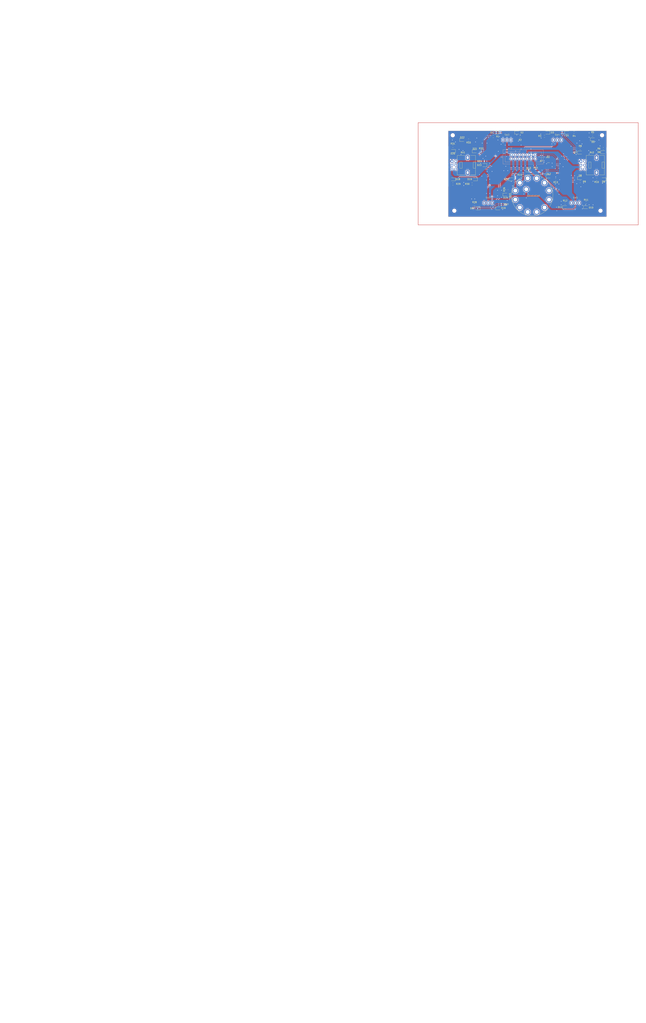
<source format=kicad_pcb>
(kicad_pcb (version 20221018) (generator pcbnew)

  (general
    (thickness 1.6)
  )

  (paper "A4")
  (layers
    (0 "F.Cu" signal)
    (31 "B.Cu" signal)
    (34 "B.Paste" user)
    (35 "F.Paste" user)
    (36 "B.SilkS" user "B.Silkscreen")
    (37 "F.SilkS" user "F.Silkscreen")
    (38 "B.Mask" user)
    (39 "F.Mask" user)
    (44 "Edge.Cuts" user)
    (45 "Margin" user)
    (46 "B.CrtYd" user "B.Courtyard")
    (47 "F.CrtYd" user "F.Courtyard")
    (48 "B.Fab" user)
    (49 "F.Fab" user)
  )

  (setup
    (stackup
      (layer "F.SilkS" (type "Top Silk Screen") (color "White"))
      (layer "F.Paste" (type "Top Solder Paste"))
      (layer "F.Mask" (type "Top Solder Mask") (color "Black") (thickness 0.01))
      (layer "F.Cu" (type "copper") (thickness 0.035))
      (layer "dielectric 1" (type "core") (thickness 1.51) (material "FR4") (epsilon_r 4.5) (loss_tangent 0.02))
      (layer "B.Cu" (type "copper") (thickness 0.035))
      (layer "B.Mask" (type "Bottom Solder Mask") (color "Black") (thickness 0.01))
      (layer "B.Paste" (type "Bottom Solder Paste"))
      (layer "B.SilkS" (type "Bottom Silk Screen") (color "White"))
      (copper_finish "None")
      (dielectric_constraints yes)
    )
    (pad_to_mask_clearance 0)
    (aux_axis_origin 84 135)
    (grid_origin 84 135)
    (pcbplotparams
      (layerselection 0x00010fc_ffffffff)
      (plot_on_all_layers_selection 0x0000000_00000000)
      (disableapertmacros false)
      (usegerberextensions false)
      (usegerberattributes true)
      (usegerberadvancedattributes true)
      (creategerberjobfile true)
      (dashed_line_dash_ratio 12.000000)
      (dashed_line_gap_ratio 3.000000)
      (svgprecision 4)
      (plotframeref false)
      (viasonmask false)
      (mode 1)
      (useauxorigin false)
      (hpglpennumber 1)
      (hpglpenspeed 20)
      (hpglpendiameter 15.000000)
      (dxfpolygonmode true)
      (dxfimperialunits true)
      (dxfusepcbnewfont true)
      (psnegative false)
      (psa4output false)
      (plotreference true)
      (plotvalue true)
      (plotinvisibletext false)
      (sketchpadsonfab false)
      (subtractmaskfromsilk false)
      (outputformat 1)
      (mirror false)
      (drillshape 1)
      (scaleselection 1)
      (outputdirectory "")
    )
  )

  (net 0 "")
  (net 1 "/LED_PWR")
  (net 2 "Net-(D1-A)")
  (net 3 "Net-(D2-A)")
  (net 4 "Net-(D3-A)")
  (net 5 "Net-(D4-A)")
  (net 6 "Net-(D5-A)")
  (net 7 "Net-(D6-A)")
  (net 8 "/PWM_1")
  (net 9 "/SYS_1")
  (net 10 "/SYS_2")
  (net 11 "/Gain")
  (net 12 "/Multiscan")
  (net 13 "/CCS")
  (net 14 "/PWS")
  (net 15 "/Tilt")
  (net 16 "VBUS")
  (net 17 "GND")
  (net 18 "+3V3")
  (net 19 "/WX+T")
  (net 20 "/TURB")
  (net 21 "Net-(D7-A)")
  (net 22 "Net-(D8-A)")
  (net 23 "Net-(D9-A)")
  (net 24 "Net-(D10-A)")
  (net 25 "Net-(D11-A)")
  (net 26 "Net-(D12-A)")
  (net 27 "Net-(D13-A)")
  (net 28 "Net-(D14-A)")
  (net 29 "Net-(D15-A)")
  (net 30 "Net-(D16-A)")
  (net 31 "Net-(D17-A)")
  (net 32 "Net-(D18-A)")
  (net 33 "Net-(D19-A)")
  (net 34 "Net-(D20-A)")
  (net 35 "Net-(D21-A)")
  (net 36 "Net-(D22-A)")
  (net 37 "Net-(D23-A)")
  (net 38 "/MAP")
  (net 39 "unconnected-(SW1-Pad3)")
  (net 40 "unconnected-(SW1-Pad5)")
  (net 41 "unconnected-(SW1-Pad6)")
  (net 42 "unconnected-(SW1-Pad7)")
  (net 43 "unconnected-(SW1-Pad8)")
  (net 44 "unconnected-(SW1-Pad9)")
  (net 45 "unconnected-(SW1-Pad10)")
  (net 46 "unconnected-(SW1-Pad11)")
  (net 47 "unconnected-(SW1-Pad12)")

  (footprint "Resistor_SMD:R_0805_2012Metric" (layer "F.Cu") (at 129.8875 84 180))

  (footprint "Resistor_SMD:R_0805_2012Metric" (layer "F.Cu") (at 182.8375 91.5))

  (footprint "NiasStuff:C&K_Rotary_Switches" (layer "F.Cu") (at 137.527109 121.078224 90))

  (footprint "Resistor_SMD:R_0805_2012Metric" (layer "F.Cu") (at 158.5 126.25))

  (footprint "Resistor_SMD:R_0805_2012Metric" (layer "F.Cu") (at 100.8375 127.25))

  (footprint "Resistor_SMD:R_0805_2012Metric" (layer "F.Cu") (at 105.0875 93.2 180))

  (footprint "LED_SMD:LED_0805_2012Metric" (layer "F.Cu") (at 148 109.2))

  (footprint "MountingHole:MountingHole_2.2mm_M2" (layer "F.Cu") (at 181 131))

  (footprint "Resistor_SMD:R_0805_2012Metric" (layer "F.Cu") (at 175.9875 82.9))

  (footprint "NiasStuff:SW_SPDT_YUEN-FUNG_ST-0-103-A01-T000-RS" (layer "F.Cu") (at 121.5 86))

  (footprint "Resistor_SMD:R_0805_2012Metric" (layer "F.Cu") (at 145.3375 83.6))

  (footprint "LED_SMD:LED_0805_2012Metric" (layer "F.Cu") (at 93.0625 86))

  (footprint "LED_SMD:LED_0805_2012Metric" (layer "F.Cu") (at 120.5625 120.75))

  (footprint "LED_SMD:LED_0805_2012Metric" (layer "F.Cu") (at 135.3125 105.5))

  (footprint "Resistor_SMD:R_0805_2012Metric" (layer "F.Cu") (at 97.0875 86 180))

  (footprint "Resistor_SMD:R_0805_2012Metric" (layer "F.Cu") (at 168.0875 112.5))

  (footprint "LED_SMD:LED_0805_2012Metric" (layer "F.Cu") (at 159.8625 81.3))

  (footprint "LED_SMD:LED_0805_2012Metric" (layer "F.Cu") (at 101.0625 111 180))

  (footprint "NiasStuff:SW_SPDT_YUEN-FUNG_ST-0-103-A01-T000-RS" (layer "F.Cu") (at 165 126))

  (footprint "NiasStuff:Potentiometer_Alps_RK09L_Double_Vertical" (layer "F.Cu") (at 168.5 99.5))

  (footprint "LED_SMD:LED_0805_2012Metric" (layer "F.Cu") (at 107.0625 102 180))

  (footprint "Resistor_SMD:R_0805_2012Metric" (layer "F.Cu") (at 112.7875 83.8))

  (footprint "Resistor_SMD:R_0805_2012Metric" (layer "F.Cu") (at 99.3375 114))

  (footprint "LED_SMD:LED_0805_2012Metric" (layer "F.Cu") (at 168.0625 110.25))

  (footprint "LED_SMD:LED_0805_2012Metric" (layer "F.Cu") (at 182.9375 111 180))

  (footprint "NiasStuff:SW_SPDT_YUEN-FUNG_ST-0-103-A01-T000-RS" (layer "F.Cu") (at 153.5 86))

  (footprint "LED_SMD:LED_0805_2012Metric" (layer "F.Cu") (at 182.8125 93.75))

  (footprint "NiasStuff:SW_SPDT_YUEN-FUNG_ST-0-103-A01-T000-RS" (layer "F.Cu") (at 109.5 126))

  (footprint "LED_SMD:LED_0805_2012Metric" (layer "F.Cu") (at 116.0625 129.5))

  (footprint "Resistor_SMD:R_0805_2012Metric" (layer "F.Cu") (at 121.5 117.5875 -90))

  (footprint "LED_SMD:LED_0805_2012Metric" (layer "F.Cu") (at 147.1625 81.3 180))

  (footprint "LED_SMD:LED_0805_2012Metric" (layer "F.Cu") (at 87.0625 111 180))

  (footprint "LED_SMD:LED_0805_2012Metric" (layer "F.Cu") (at 168.0625 94))

  (footprint "Resistor_SMD:R_0805_2012Metric" (layer "F.Cu") (at 117.8875 127 180))

  (footprint "Resistor_SMD:R_0805_2012Metric" (layer "F.Cu") (at 152.5 111.25 180))

  (footprint "MountingHole:MountingHole_2.2mm_M2" (layer "F.Cu") (at 87 83))

  (footprint "LED_SMD:LED_0805_2012Metric" (layer "F.Cu") (at 171.8125 128.75))

  (footprint "Package_TO_SOT_SMD:SOT-23-3" (layer "F.Cu") (at 147.8625 98.9))

  (footprint "Resistor_SMD:R_0805_2012Metric" (layer "F.Cu") (at 171.8375 125.75))

  (footprint "LED_SMD:LED_0805_2012Metric" (layer "F.Cu") (at 176.1625 85.6))

  (footprint "Resistor_SMD:R_0805_2012Metric" (layer "F.Cu") (at 178.5875 111))

  (footprint "LED_SMD:LED_0805_2012Metric" (layer "F.Cu") (at 128.0375 81.3))

  (footprint "Resistor_SMD:R_0603_1608Metric" (layer "F.Cu") (at 143.4 97.175 90))

  (footprint "LED_SMD:LED_0805_2012Metric" (layer "F.Cu") (at 87.0625 93 180))

  (footprint "NiasStuff:Potentiometer_Alps_RK09L_Double_Vertical" (layer "F.Cu") (at 86.5 99.5))

  (footprint "Resistor_SMD:R_0805_2012Metric" (layer "F.Cu") (at 87.0875 90))

  (footprint "LED_SMD:LED_0805_2012Metric" (layer "F.Cu") (at 102.8125 129.5 180))

  (footprint "LED_SMD:LED_0805_2012Metric" (layer "F.Cu") (at 114.6625 81.3 180))

  (footprint "LED_SMD:LED_0805_2012Metric" (layer "F.Cu") (at 158.5 128.75))

  (footprint "Resistor_SMD:R_0805_2012Metric" (layer "F.Cu") (at 126.2875 108.2 180))

  (footprint "Resistor_SMD:R_0805_2012Metric" (layer "F.Cu") (at 168.0875 91.5))

  (footprint "Resistor_SMD:R_0805_2012Metric" (layer "F.Cu") (at 164.1625 81.25 180))

  (footprint "Resistor_SMD:R_0805_2012Metric" (layer "F.Cu") (at 87.0875 114 180))

  (footprint "LED_SMD:LED_0805_2012Metric" (layer "F.Cu") (at 101.0625 93.2))

  (footprint "MountingHole:MountingHole_2.2mm_M2" (layer "F.Cu") (at 182 83))

  (footprint "MountingHole:MountingHole_2.2mm_M2" (layer "F.Cu")
    (tstamp e
... [1234858 chars truncated]
</source>
